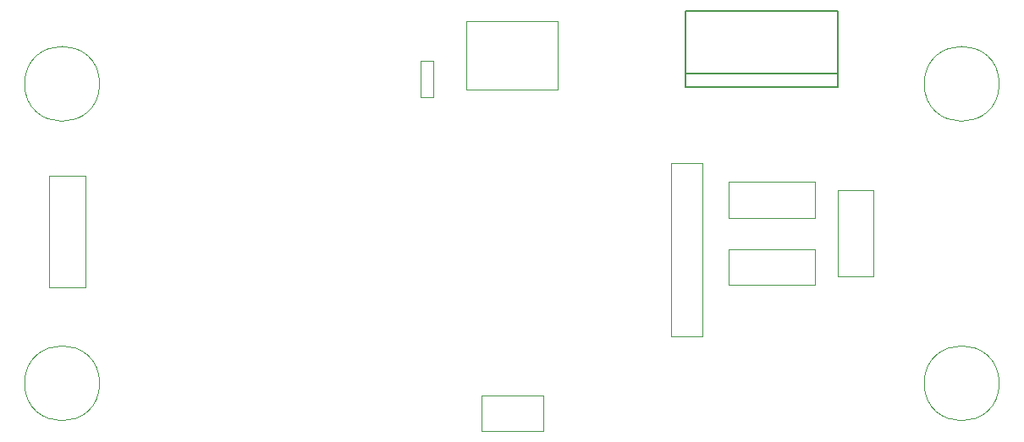
<source format=gbr>
G04 #@! TF.FileFunction,Other,User*
%FSLAX46Y46*%
G04 Gerber Fmt 4.6, Leading zero omitted, Abs format (unit mm)*
G04 Created by KiCad (PCBNEW 4.0.7) date 08/13/18 20:02:33*
%MOMM*%
%LPD*%
G01*
G04 APERTURE LIST*
%ADD10C,0.100000*%
%ADD11C,0.050000*%
%ADD12C,0.150000*%
G04 APERTURE END LIST*
D10*
D11*
X40850000Y-6300000D02*
X40850000Y-2700000D01*
X40850000Y-6300000D02*
X42150000Y-6300000D01*
X42150000Y-2700000D02*
X40850000Y-2700000D01*
X42150000Y-2700000D02*
X42150000Y-6300000D01*
X8750000Y-5000000D02*
G75*
G03X8750000Y-5000000I-3750000J0D01*
G01*
X8750000Y-35000000D02*
G75*
G03X8750000Y-35000000I-3750000J0D01*
G01*
X98750000Y-5000000D02*
G75*
G03X98750000Y-5000000I-3750000J0D01*
G01*
X98750000Y-35000000D02*
G75*
G03X98750000Y-35000000I-3750000J0D01*
G01*
X54600000Y-5590000D02*
X45400000Y-5590000D01*
X45400000Y-5590000D02*
X45400000Y1260000D01*
X45400000Y1260000D02*
X54600000Y1260000D01*
X54600000Y1260000D02*
X54600000Y-5590000D01*
X46950000Y-39800000D02*
X53100000Y-39800000D01*
X53100000Y-39800000D02*
X53100000Y-36200000D01*
X53100000Y-36200000D02*
X46950000Y-36200000D01*
X46950000Y-36200000D02*
X46950000Y-39800000D01*
X65900000Y-30300000D02*
X69100000Y-30300000D01*
X69100000Y-30300000D02*
X69100000Y-12950000D01*
X69100000Y-12950000D02*
X65900000Y-12950000D01*
X65900000Y-12950000D02*
X65900000Y-30300000D01*
D12*
X67380000Y2300000D02*
X82620000Y2300000D01*
X67380000Y-5300000D02*
X67380000Y2300000D01*
X82620000Y-5300000D02*
X82620000Y2300000D01*
X67380000Y-5300000D02*
X82620000Y-5300000D01*
X67380000Y-4000000D02*
X82620000Y-4000000D01*
D11*
X3700000Y-14200000D02*
X3700000Y-25400000D01*
X3700000Y-25400000D02*
X7300000Y-25400000D01*
X7300000Y-25400000D02*
X7300000Y-14200000D01*
X7300000Y-14200000D02*
X3700000Y-14200000D01*
X82564000Y-15660000D02*
X82564000Y-24310000D01*
X82564000Y-24310000D02*
X86164000Y-24310000D01*
X86164000Y-24310000D02*
X86164000Y-15660000D01*
X86164000Y-15660000D02*
X82564000Y-15660000D01*
X71660000Y-18436000D02*
X80310000Y-18436000D01*
X80310000Y-18436000D02*
X80310000Y-14836000D01*
X80310000Y-14836000D02*
X71660000Y-14836000D01*
X71660000Y-14836000D02*
X71660000Y-18436000D01*
X80340000Y-21564000D02*
X71690000Y-21564000D01*
X71690000Y-21564000D02*
X71690000Y-25164000D01*
X71690000Y-25164000D02*
X80340000Y-25164000D01*
X80340000Y-25164000D02*
X80340000Y-21564000D01*
M02*

</source>
